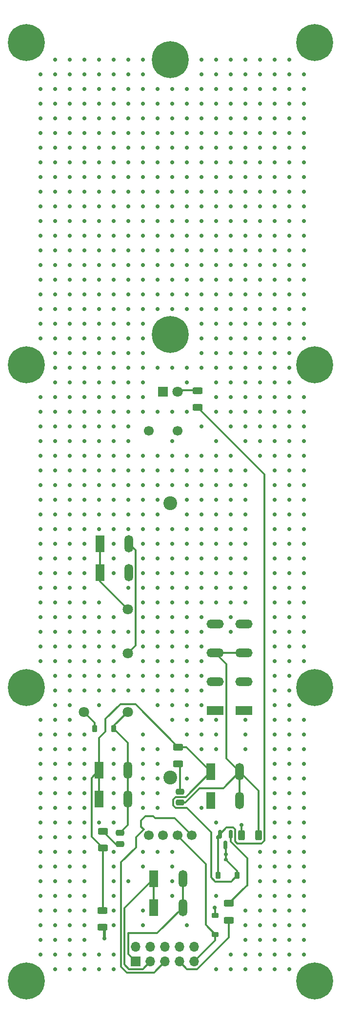
<source format=gbr>
%TF.GenerationSoftware,KiCad,Pcbnew,7.0.8*%
%TF.CreationDate,2023-11-15T13:51:47+01:00*%
%TF.ProjectId,module-rev1,6d6f6475-6c65-42d7-9265-76312e6b6963,rev?*%
%TF.SameCoordinates,Original*%
%TF.FileFunction,Copper,L1,Top*%
%TF.FilePolarity,Positive*%
%FSLAX46Y46*%
G04 Gerber Fmt 4.6, Leading zero omitted, Abs format (unit mm)*
G04 Created by KiCad (PCBNEW 7.0.8) date 2023-11-15 13:51:47*
%MOMM*%
%LPD*%
G01*
G04 APERTURE LIST*
G04 Aperture macros list*
%AMRoundRect*
0 Rectangle with rounded corners*
0 $1 Rounding radius*
0 $2 $3 $4 $5 $6 $7 $8 $9 X,Y pos of 4 corners*
0 Add a 4 corners polygon primitive as box body*
4,1,4,$2,$3,$4,$5,$6,$7,$8,$9,$2,$3,0*
0 Add four circle primitives for the rounded corners*
1,1,$1+$1,$2,$3*
1,1,$1+$1,$4,$5*
1,1,$1+$1,$6,$7*
1,1,$1+$1,$8,$9*
0 Add four rect primitives between the rounded corners*
20,1,$1+$1,$2,$3,$4,$5,0*
20,1,$1+$1,$4,$5,$6,$7,0*
20,1,$1+$1,$6,$7,$8,$9,0*
20,1,$1+$1,$8,$9,$2,$3,0*%
G04 Aperture macros list end*
%TA.AperFunction,ComponentPad*%
%ADD10R,1.500000X3.000000*%
%TD*%
%TA.AperFunction,ComponentPad*%
%ADD11O,1.500000X3.000000*%
%TD*%
%TA.AperFunction,ComponentPad*%
%ADD12C,0.800000*%
%TD*%
%TA.AperFunction,ComponentPad*%
%ADD13C,6.400000*%
%TD*%
%TA.AperFunction,SMDPad,CuDef*%
%ADD14RoundRect,0.250000X0.625000X-0.312500X0.625000X0.312500X-0.625000X0.312500X-0.625000X-0.312500X0*%
%TD*%
%TA.AperFunction,ComponentPad*%
%ADD15R,3.000000X1.500000*%
%TD*%
%TA.AperFunction,ComponentPad*%
%ADD16O,3.000000X1.500000*%
%TD*%
%TA.AperFunction,SMDPad,CuDef*%
%ADD17RoundRect,0.250000X-0.312500X-0.625000X0.312500X-0.625000X0.312500X0.625000X-0.312500X0.625000X0*%
%TD*%
%TA.AperFunction,SMDPad,CuDef*%
%ADD18RoundRect,0.250000X0.475000X-0.250000X0.475000X0.250000X-0.475000X0.250000X-0.475000X-0.250000X0*%
%TD*%
%TA.AperFunction,SMDPad,CuDef*%
%ADD19RoundRect,0.225000X0.225000X0.375000X-0.225000X0.375000X-0.225000X-0.375000X0.225000X-0.375000X0*%
%TD*%
%TA.AperFunction,SMDPad,CuDef*%
%ADD20RoundRect,0.140000X0.170000X-0.140000X0.170000X0.140000X-0.170000X0.140000X-0.170000X-0.140000X0*%
%TD*%
%TA.AperFunction,SMDPad,CuDef*%
%ADD21RoundRect,0.250000X-0.625000X0.312500X-0.625000X-0.312500X0.625000X-0.312500X0.625000X0.312500X0*%
%TD*%
%TA.AperFunction,SMDPad,CuDef*%
%ADD22RoundRect,0.150000X-0.150000X0.587500X-0.150000X-0.587500X0.150000X-0.587500X0.150000X0.587500X0*%
%TD*%
%TA.AperFunction,SMDPad,CuDef*%
%ADD23RoundRect,0.225000X0.375000X-0.225000X0.375000X0.225000X-0.375000X0.225000X-0.375000X-0.225000X0*%
%TD*%
%TA.AperFunction,ComponentPad*%
%ADD24C,1.803400*%
%TD*%
%TA.AperFunction,SMDPad,CuDef*%
%ADD25RoundRect,0.250000X-0.475000X0.250000X-0.475000X-0.250000X0.475000X-0.250000X0.475000X0.250000X0*%
%TD*%
%TA.AperFunction,ComponentPad*%
%ADD26C,1.700000*%
%TD*%
%TA.AperFunction,ComponentPad*%
%ADD27C,2.400000*%
%TD*%
%TA.AperFunction,ComponentPad*%
%ADD28R,1.800000X1.800000*%
%TD*%
%TA.AperFunction,ComponentPad*%
%ADD29C,1.800000*%
%TD*%
%TA.AperFunction,ComponentPad*%
%ADD30R,1.700000X1.700000*%
%TD*%
%TA.AperFunction,ComponentPad*%
%ADD31O,1.700000X1.700000*%
%TD*%
%TA.AperFunction,ViaPad*%
%ADD32C,0.700000*%
%TD*%
%TA.AperFunction,Conductor*%
%ADD33C,0.349000*%
%TD*%
%TA.AperFunction,Conductor*%
%ADD34C,0.300000*%
%TD*%
%TA.AperFunction,Conductor*%
%ADD35C,0.500000*%
%TD*%
G04 APERTURE END LIST*
D10*
%TO.P,J502,1,Pin_1*%
%TO.N,Net-(J502-Pin_1)*%
X103470682Y-539623023D03*
X103470682Y-544623023D03*
D11*
%TO.P,J502,2,Pin_2*%
%TO.N,Net-(J502-Pin_2)*%
X108470682Y-539623023D03*
X108470682Y-544623023D03*
%TD*%
D12*
%TO.P,H108,1*%
%TO.N,N/C*%
X88320682Y-452873023D03*
X89023626Y-451175967D03*
X89023626Y-454570079D03*
X90720682Y-450473023D03*
D13*
X90720682Y-452873023D03*
D12*
X90720682Y-455273023D03*
X92417738Y-451175967D03*
X92417738Y-454570079D03*
X93120682Y-452873023D03*
%TD*%
%TO.P,H108,1*%
%TO.N,N/C*%
X138320682Y-452873023D03*
X139023626Y-451175967D03*
X139023626Y-454570079D03*
X140720682Y-450473023D03*
D13*
X140720682Y-452873023D03*
D12*
X140720682Y-455273023D03*
X142417738Y-451175967D03*
X142417738Y-454570079D03*
X143120682Y-452873023D03*
%TD*%
D14*
%TO.P,R501,1*%
%TO.N,_RELAYS_0*%
X125820682Y-604823023D03*
%TO.P,R501,2*%
%TO.N,/module-master/R_to_B_0*%
X125820682Y-601898023D03*
%TD*%
D15*
%TO.P,U501,1,LOAD-1*%
%TO.N,unconnected-(U501-LOAD-1-Pad1)*%
X123470682Y-568523023D03*
X128470682Y-568523023D03*
D16*
%TO.P,U501,2,LOAD-2*%
%TO.N,unconnected-(U501-LOAD-2-Pad2)*%
X123470682Y-563523023D03*
X128470682Y-563523023D03*
%TO.P,U501,3,In+*%
%TO.N,/module-master/SW_to_AQ-A_IN_0*%
X123470682Y-558523023D03*
X128470682Y-558523023D03*
%TO.P,U501,4,In-*%
%TO.N,_GND_0*%
X123470682Y-553523023D03*
X128470682Y-553523023D03*
%TD*%
D14*
%TO.P,R504,1*%
%TO.N,/module-master/SHUNT_1_0*%
X117020682Y-577760523D03*
%TO.P,R504,2*%
%TO.N,/module-master/R_to_C_0*%
X117020682Y-574835523D03*
%TD*%
D10*
%TO.P,SW502,1,A*%
%TO.N,/module-master/R_to_C_0*%
X122720682Y-579123023D03*
X122720682Y-584123023D03*
D11*
%TO.P,SW502,2,B*%
%TO.N,/module-master/SW_to_AQ-A_IN_0*%
X127720682Y-579123023D03*
X127720682Y-584123023D03*
%TD*%
D12*
%TO.P,H108,1*%
%TO.N,N/C*%
X88320682Y-564539689D03*
X89023626Y-562842633D03*
X89023626Y-566236745D03*
X90720682Y-562139689D03*
D13*
X90720682Y-564539689D03*
D12*
X90720682Y-566939689D03*
X92417738Y-562842633D03*
X92417738Y-566236745D03*
X93120682Y-564539689D03*
%TD*%
D17*
%TO.P,R506,1*%
%TO.N,_GND_0*%
X128045682Y-590123023D03*
%TO.P,R506,2*%
%TO.N,/module-master/SW_to_AQ-A_IN_0*%
X130970682Y-590123023D03*
%TD*%
D12*
%TO.P,H108,1*%
%TO.N,N/C*%
X138320682Y-615373023D03*
X139023626Y-613675967D03*
X139023626Y-617070079D03*
X140720682Y-612973023D03*
D13*
X140720682Y-615373023D03*
D12*
X140720682Y-617773023D03*
X142417738Y-613675967D03*
X142417738Y-617070079D03*
X143120682Y-615373023D03*
%TD*%
%TO.P,H108,1*%
%TO.N,N/C*%
X113300682Y-503374689D03*
X114003626Y-501677633D03*
X114003626Y-505071745D03*
X115700682Y-500974689D03*
D13*
X115700682Y-503374689D03*
D12*
X115700682Y-505774689D03*
X117397738Y-501677633D03*
X117397738Y-505071745D03*
X118100682Y-503374689D03*
%TD*%
%TO.P,H108,1*%
%TO.N,N/C*%
X88320682Y-508706356D03*
X89023626Y-507009300D03*
X89023626Y-510403412D03*
X90720682Y-506306356D03*
D13*
X90720682Y-508706356D03*
D12*
X90720682Y-511106356D03*
X92417738Y-507009300D03*
X92417738Y-510403412D03*
X93120682Y-508706356D03*
%TD*%
D10*
%TO.P,SW503,1,A*%
%TO.N,/module-master/R_to_C_0*%
X103320682Y-578873023D03*
X103320682Y-583873023D03*
D11*
%TO.P,SW503,2,B*%
%TO.N,/module-master/A_to_ALQ305_0*%
X108320682Y-578873023D03*
X108320682Y-583873023D03*
%TD*%
D14*
%TO.P,R502,1*%
%TO.N,_5VA_0*%
X103900682Y-606048023D03*
%TO.P,R502,2*%
%TO.N,/module-master/R_to_C_0*%
X103900682Y-603123023D03*
%TD*%
D18*
%TO.P,C503,1*%
%TO.N,/module-master/SHUNT_2_0*%
X106970682Y-591623023D03*
%TO.P,C503,2*%
%TO.N,/module-master/A_to_ALQ305_0*%
X106970682Y-589723023D03*
%TD*%
D12*
%TO.P,H108,1*%
%TO.N,N/C*%
X113300682Y-455874689D03*
X114003626Y-454177633D03*
X114003626Y-457571745D03*
X115700682Y-453474689D03*
D13*
X115700682Y-455874689D03*
D12*
X115700682Y-458274689D03*
X117397738Y-454177633D03*
X117397738Y-457571745D03*
X118100682Y-455874689D03*
%TD*%
D19*
%TO.P,D504,1,K*%
%TO.N,/module-master/A_to_ALQ305_0*%
X105870682Y-571623023D03*
%TO.P,D504,2,A*%
%TO.N,_GND_0*%
X102570682Y-571623023D03*
%TD*%
D20*
%TO.P,C501,1*%
%TO.N,/module-master/R_to_C_0*%
X125320682Y-594378023D03*
%TO.P,C501,2*%
X125320682Y-593418023D03*
%TD*%
D21*
%TO.P,R503,1*%
%TO.N,/module-master/R_to_KLED_0*%
X120420682Y-513135523D03*
%TO.P,R503,2*%
%TO.N,/module-master/E_to_R_0*%
X120420682Y-516060523D03*
%TD*%
D22*
%TO.P,Q501,1,B*%
%TO.N,/module-master/R_to_B_0*%
X126170682Y-589935523D03*
%TO.P,Q501,2,E*%
%TO.N,/module-master/E_to_R_0*%
X124270682Y-589935523D03*
%TO.P,Q501,3,C*%
%TO.N,/module-master/R_to_C_0*%
X125220682Y-591810523D03*
%TD*%
D23*
%TO.P,D501,1,K*%
%TO.N,_CV_0*%
X123470682Y-607298023D03*
%TO.P,D501,2,A*%
%TO.N,_GND_0*%
X123470682Y-603998023D03*
%TD*%
D24*
%TO.P,K501,1,1*%
%TO.N,/module-master/A_to_ALQ305_0*%
X108280682Y-568763023D03*
%TO.P,K501,2,2*%
%TO.N,_GND_0*%
X100660682Y-568763023D03*
%TO.P,K501,3,3*%
%TO.N,Net-(J502-Pin_2)*%
X108280682Y-558603023D03*
%TO.P,K501,4,4*%
%TO.N,Net-(J502-Pin_1)*%
X108280682Y-550983023D03*
%TD*%
D12*
%TO.P,H108,1*%
%TO.N,N/C*%
X88320682Y-615373023D03*
X89023626Y-613675967D03*
X89023626Y-617070079D03*
X90720682Y-612973023D03*
D13*
X90720682Y-615373023D03*
D12*
X90720682Y-617773023D03*
X92417738Y-613675967D03*
X92417738Y-617070079D03*
X93120682Y-615373023D03*
%TD*%
D14*
%TO.P,R505,1*%
%TO.N,/module-master/R_to_C_0*%
X103970682Y-592348023D03*
%TO.P,R505,2*%
%TO.N,/module-master/SHUNT_2_0*%
X103970682Y-589423023D03*
%TD*%
D12*
%TO.P,H108,1*%
%TO.N,N/C*%
X138320682Y-564539689D03*
X139023626Y-562842633D03*
X139023626Y-566236745D03*
X140720682Y-562139689D03*
D13*
X140720682Y-564539689D03*
D12*
X140720682Y-566939689D03*
X142417738Y-562842633D03*
X142417738Y-566236745D03*
X143120682Y-564539689D03*
%TD*%
D19*
%TO.P,D503,1,K*%
%TO.N,/module-master/R_to_C_0*%
X127270682Y-597098023D03*
%TO.P,D503,2,A*%
%TO.N,/module-master/E_to_R_0*%
X123970682Y-597098023D03*
%TD*%
D25*
%TO.P,C502,1*%
%TO.N,/module-master/SHUNT_1_0*%
X117320682Y-582548023D03*
%TO.P,C502,2*%
%TO.N,/module-master/SW_to_AQ-A_IN_0*%
X117320682Y-584448023D03*
%TD*%
D10*
%TO.P,SW501,1,1*%
%TO.N,_GATE_0*%
X112820682Y-597623023D03*
X112820682Y-602623023D03*
D11*
%TO.P,SW501,2,2*%
%TO.N,_GATE_OUTPUT_0*%
X117820682Y-597623023D03*
X117820682Y-602623023D03*
%TD*%
D12*
%TO.P,H108,1*%
%TO.N,N/C*%
X138320682Y-508706356D03*
X139023626Y-507009300D03*
X139023626Y-510403412D03*
X140720682Y-506306356D03*
D13*
X140720682Y-508706356D03*
D12*
X140720682Y-511106356D03*
X142417738Y-507009300D03*
X142417738Y-510403412D03*
X143120682Y-508706356D03*
%TD*%
D26*
%TO.P,RV501,1,1*%
%TO.N,_CV_0*%
X116910682Y-590123023D03*
%TO.P,RV501,2,2*%
%TO.N,_CV_OUTPUT_0*%
X119410682Y-590123023D03*
%TO.P,RV501,3,3*%
%TO.N,_GND_0*%
X116910682Y-520123023D03*
%TO.P,RV501,L*%
%TO.N,N/C*%
X111910682Y-590123023D03*
X114410682Y-590123023D03*
D27*
X115660682Y-580123023D03*
X115660682Y-532623023D03*
D26*
X111910682Y-520123023D03*
%TD*%
D28*
%TO.P,D502,1,K*%
%TO.N,_GND_0*%
X114400682Y-513348023D03*
D29*
%TO.P,D502,2,A*%
%TO.N,/module-master/R_to_KLED_0*%
X116940682Y-513348023D03*
%TD*%
D30*
%TO.P,J501,1,Pin_1*%
%TO.N,_GATE_OUTPUT_0*%
X109640682Y-611998023D03*
D31*
%TO.P,J501,2,Pin_2*%
%TO.N,_GND_0*%
X109640682Y-609458023D03*
%TO.P,J501,3,Pin_3*%
%TO.N,_GATE_0*%
X112180682Y-611998023D03*
%TO.P,J501,4,Pin_4*%
%TO.N,_GND_0*%
X112180682Y-609458023D03*
%TO.P,J501,5,Pin_5*%
%TO.N,_CV_OUTPUT_0*%
X114720682Y-611998023D03*
%TO.P,J501,6,Pin_6*%
%TO.N,_GND_0*%
X114720682Y-609458023D03*
%TO.P,J501,7,Pin_7*%
%TO.N,_RELAYS_0*%
X117260682Y-611998023D03*
%TO.P,J501,8,Pin_8*%
%TO.N,_5VA_0*%
X117260682Y-609458023D03*
%TO.P,J501,9,Pin_9*%
%TO.N,_CV_0*%
X119800682Y-611998023D03*
%TO.P,J501,10,Pin_10*%
%TO.N,_GND_0*%
X119800682Y-609458023D03*
%TD*%
D32*
%TO.N,_GND_0*%
X138873062Y-544769689D03*
X133793062Y-590489689D03*
X98233062Y-560009689D03*
X113473062Y-593029689D03*
X133793062Y-509209689D03*
X121093062Y-519369689D03*
X131253062Y-471109689D03*
X108393062Y-471109689D03*
X98233062Y-514289689D03*
X123400682Y-602674689D03*
X128713062Y-506669689D03*
X110933062Y-575249689D03*
X105853062Y-580329689D03*
X138873062Y-476189689D03*
X138873062Y-593029689D03*
X123633062Y-460949689D03*
X108393062Y-547309689D03*
X133793062Y-468569689D03*
X100773062Y-539689689D03*
X105853062Y-577789689D03*
X136333062Y-567629689D03*
X100773062Y-608269689D03*
X108393062Y-537149689D03*
X98233062Y-567629689D03*
X123633062Y-509209689D03*
X126173062Y-460949689D03*
X95693062Y-521909689D03*
X126173062Y-610809689D03*
X133793062Y-593029689D03*
X105853062Y-524449689D03*
X123633062Y-504129689D03*
X128713062Y-613349689D03*
X103313062Y-463489689D03*
X108393062Y-463489689D03*
X98233062Y-554929689D03*
X93153062Y-570169689D03*
X95693062Y-499049689D03*
X123633062Y-511749689D03*
X118553062Y-488889689D03*
X133793062Y-570169689D03*
X98233062Y-562549689D03*
X116013062Y-565089689D03*
X103313062Y-473649689D03*
X113473062Y-582869689D03*
X100773062Y-547309689D03*
X105853062Y-595569689D03*
X131253062Y-468569689D03*
X123633062Y-570169689D03*
X133793062Y-466029689D03*
X100773062Y-493969689D03*
X105853062Y-514289689D03*
X128713062Y-499049689D03*
X128713062Y-455869689D03*
X133793062Y-504129689D03*
X126173062Y-458409689D03*
X136333062Y-491429689D03*
X121093062Y-496509689D03*
X126173062Y-514289689D03*
X100773062Y-486349689D03*
X95693062Y-590489689D03*
X123633062Y-544769689D03*
X95693062Y-595569689D03*
X121093062Y-455869689D03*
X126173062Y-542229689D03*
X108393062Y-529529689D03*
X98233062Y-608269689D03*
X95693062Y-529529689D03*
X105853062Y-481269689D03*
X110933062Y-565089689D03*
X93153062Y-552389689D03*
X123633062Y-539689689D03*
X95693062Y-570169689D03*
X110933062Y-501589689D03*
X116013062Y-516829689D03*
X116013062Y-471109689D03*
X136333062Y-463489689D03*
X93153062Y-554929689D03*
X103313062Y-496509689D03*
X126173062Y-526989689D03*
X118553062Y-486349689D03*
X133793062Y-608269689D03*
X121093062Y-565089689D03*
X118553062Y-532069689D03*
X103313062Y-511749689D03*
X110933062Y-476189689D03*
X95693062Y-524449689D03*
X93153062Y-534609689D03*
X93153062Y-590489689D03*
X93153062Y-532069689D03*
X95693062Y-534609689D03*
X138873062Y-499049689D03*
X136333062Y-483809689D03*
X108393062Y-473649689D03*
X121093062Y-506669689D03*
X103313062Y-488889689D03*
X105853062Y-509209689D03*
X133793062Y-554929689D03*
X131253062Y-460949689D03*
X118553062Y-605729689D03*
X98233062Y-580329689D03*
X98233062Y-542229689D03*
X128713062Y-537149689D03*
X103313062Y-534609689D03*
X93153062Y-514289689D03*
X110933062Y-509209689D03*
X108393062Y-466029689D03*
X93153062Y-466029689D03*
X93153062Y-549849689D03*
X103313062Y-458409689D03*
X138873062Y-595569689D03*
X133793062Y-544769689D03*
X103313062Y-532069689D03*
X95693062Y-466029689D03*
X131253062Y-598109689D03*
X110933062Y-471109689D03*
X103313062Y-514289689D03*
X93153062Y-496509689D03*
X121093062Y-499049689D03*
X93153062Y-605729689D03*
X131253062Y-514289689D03*
X93153062Y-460949689D03*
X136333062Y-511749689D03*
X105853062Y-598109689D03*
X98233062Y-460949689D03*
X110933062Y-486349689D03*
X98233062Y-455869689D03*
X98233062Y-524449689D03*
X103313062Y-466029689D03*
X113473062Y-567629689D03*
X133793062Y-496509689D03*
X95693062Y-547309689D03*
X103313062Y-537149689D03*
X136333062Y-516829689D03*
X123633062Y-516829689D03*
X138873062Y-516829689D03*
X108393062Y-534609689D03*
X138873062Y-519369689D03*
X113473062Y-524449689D03*
X131253062Y-521909689D03*
X108393062Y-509209689D03*
X100773062Y-468569689D03*
X105853062Y-463489689D03*
X113473062Y-557469689D03*
X121093062Y-526989689D03*
X138873062Y-481269689D03*
X103313062Y-529529689D03*
X95693062Y-526989689D03*
X93153062Y-524449689D03*
X138873062Y-534609689D03*
X121093062Y-532069689D03*
X116013062Y-557469689D03*
X121093062Y-542229689D03*
X116013062Y-542229689D03*
X103313062Y-610809689D03*
X105853062Y-605729689D03*
X93153062Y-587949689D03*
X138873062Y-524449689D03*
X108393062Y-481269689D03*
X108393062Y-554929689D03*
X116013062Y-529529689D03*
X133793062Y-519369689D03*
X113473062Y-542229689D03*
X113473062Y-493969689D03*
X121093062Y-529529689D03*
X113473062Y-554929689D03*
X138873062Y-542229689D03*
X100773062Y-565089689D03*
X136333062Y-519369689D03*
X133793062Y-534609689D03*
X138873062Y-598109689D03*
X131253062Y-496509689D03*
X116013062Y-598109689D03*
X113473062Y-509209689D03*
X95693062Y-468569689D03*
X98233062Y-577789689D03*
X118553062Y-572709689D03*
X136333062Y-560009689D03*
X116013062Y-496509689D03*
X123633062Y-491429689D03*
X128713062Y-463489689D03*
X118553062Y-526989689D03*
X121093062Y-486349689D03*
X93153062Y-582869689D03*
X98233062Y-570169689D03*
X138873062Y-486349689D03*
X126173062Y-613349689D03*
X93153062Y-557469689D03*
X138873062Y-552389689D03*
X138873062Y-529529689D03*
X103313062Y-504129689D03*
X108393062Y-562549689D03*
X108393062Y-501589689D03*
X105853062Y-575249689D03*
X110933062Y-544769689D03*
X93153062Y-493969689D03*
X103313062Y-460949689D03*
X123633062Y-587949689D03*
X118553062Y-542229689D03*
X113473062Y-547309689D03*
X136333062Y-557469689D03*
X105853062Y-526989689D03*
X138873062Y-554929689D03*
X95693062Y-539689689D03*
X98233062Y-572709689D03*
X110933062Y-560009689D03*
X131253062Y-610809689D03*
X95693062Y-504129689D03*
X95693062Y-476189689D03*
X123633062Y-496509689D03*
X95693062Y-478729689D03*
X126173062Y-524449689D03*
X126173062Y-483809689D03*
X133793062Y-577789689D03*
X113473062Y-532069689D03*
X100773062Y-509209689D03*
X113473062Y-526989689D03*
X105853062Y-499049689D03*
X108393062Y-506669689D03*
X121093062Y-549849689D03*
X113473062Y-473649689D03*
X93153062Y-488889689D03*
X136333062Y-532069689D03*
X136333062Y-544769689D03*
X133793062Y-511749689D03*
X121093062Y-463489689D03*
X136333062Y-598109689D03*
X98233062Y-605729689D03*
X93153062Y-575249689D03*
X133793062Y-582869689D03*
X100773062Y-473649689D03*
X98233062Y-595569689D03*
X110933062Y-585409689D03*
X133793062Y-547309689D03*
X100773062Y-598109689D03*
X123633062Y-600649689D03*
X136333062Y-575249689D03*
X133793062Y-524449689D03*
X123633062Y-537149689D03*
X110933062Y-532069689D03*
X98233062Y-600649689D03*
X95693062Y-501589689D03*
X93153062Y-501589689D03*
X136333062Y-524449689D03*
X138873062Y-504129689D03*
X113473062Y-468569689D03*
X128713062Y-539689689D03*
X133793062Y-488889689D03*
X110933062Y-468569689D03*
X118553062Y-539689689D03*
X103313062Y-587949689D03*
X95693062Y-593029689D03*
X103313062Y-521909689D03*
X133793062Y-476189689D03*
X93153062Y-471109689D03*
X131253062Y-501589689D03*
X105853062Y-486349689D03*
X136333062Y-539689689D03*
X123633062Y-499049689D03*
X113473062Y-577789689D03*
X123633062Y-488889689D03*
X136333062Y-488889689D03*
X110933062Y-603189689D03*
X100773062Y-466029689D03*
X138873062Y-514289689D03*
X118553062Y-516829689D03*
X126173062Y-552389689D03*
X118553062Y-466029689D03*
X138873062Y-458409689D03*
X108393062Y-478729689D03*
X100773062Y-549849689D03*
X103313062Y-526989689D03*
X100773062Y-501589689D03*
X113473062Y-585409689D03*
X128713062Y-466029689D03*
X110933062Y-516829689D03*
X128713062Y-486349689D03*
X95693062Y-603189689D03*
X118553062Y-565089689D03*
X116013062Y-552389689D03*
X105853062Y-587949689D03*
X128713062Y-605729689D03*
X136333062Y-613349689D03*
X121093062Y-534609689D03*
X108393062Y-493969689D03*
X110933062Y-481269689D03*
X126173062Y-486349689D03*
X100773062Y-613349689D03*
X121093062Y-524449689D03*
X110933062Y-562549689D03*
X121093062Y-466029689D03*
X95693062Y-580329689D03*
X93153062Y-491429689D03*
X95693062Y-582869689D03*
X131253062Y-504129689D03*
X113473062Y-562549689D03*
X136333062Y-509209689D03*
X108393062Y-526989689D03*
X100773062Y-463489689D03*
X95693062Y-565089689D03*
X98233062Y-521909689D03*
X123633062Y-471109689D03*
X138873062Y-582869689D03*
X103313062Y-493969689D03*
X100773062Y-483809689D03*
X93153062Y-478729689D03*
X110933062Y-488889689D03*
X138873062Y-483809689D03*
X121093062Y-471109689D03*
X103313062Y-468569689D03*
X136333062Y-542229689D03*
X116013062Y-547309689D03*
X108393062Y-532069689D03*
X118553062Y-544769689D03*
X95693062Y-610809689D03*
X136333062Y-590489689D03*
X118553062Y-560009689D03*
X105853062Y-539689689D03*
X136333062Y-471109689D03*
X108393062Y-460949689D03*
X98233062Y-499049689D03*
X110933062Y-496509689D03*
X138873062Y-478729689D03*
X100773062Y-562549689D03*
X138873062Y-577789689D03*
X128713062Y-516829689D03*
X116013062Y-476189689D03*
X138873062Y-549849689D03*
X116013062Y-493969689D03*
X108393062Y-565089689D03*
X110933062Y-542229689D03*
X116013062Y-499049689D03*
X108393062Y-486349689D03*
X113473062Y-483809689D03*
X110933062Y-593029689D03*
X123633062Y-572709689D03*
X133793062Y-532069689D03*
X136333062Y-552389689D03*
X100773062Y-481269689D03*
X116013062Y-567629689D03*
X113473062Y-537149689D03*
X113473062Y-488889689D03*
X98233062Y-549849689D03*
X108393062Y-598109689D03*
X93153062Y-593029689D03*
X108393062Y-488889689D03*
X123633062Y-478729689D03*
X123633062Y-529529689D03*
X118553062Y-491429689D03*
X136333062Y-481269689D03*
X98233062Y-526989689D03*
X128713062Y-603189689D03*
X105853062Y-534609689D03*
X100773062Y-455869689D03*
X126173062Y-499049689D03*
X128713062Y-544769689D03*
X123633062Y-549849689D03*
X138873062Y-521909689D03*
X121093062Y-537149689D03*
X113473062Y-549849689D03*
X118553062Y-580329689D03*
X108393062Y-458409689D03*
X113473062Y-580329689D03*
X95693062Y-587949689D03*
X93153062Y-519369689D03*
X118553062Y-511749689D03*
X100773062Y-575249689D03*
X126173062Y-476189689D03*
X126173062Y-493969689D03*
X128713062Y-542229689D03*
X108393062Y-483809689D03*
X116013062Y-466029689D03*
X98233062Y-466029689D03*
X136333062Y-534609689D03*
X93153062Y-585409689D03*
X103313062Y-483809689D03*
X136333062Y-595569689D03*
X126173062Y-481269689D03*
X131253062Y-486349689D03*
X108393062Y-514289689D03*
X105853062Y-603189689D03*
X123633062Y-466029689D03*
X123633062Y-458409689D03*
X131253062Y-493969689D03*
X105853062Y-585409689D03*
X110933062Y-504129689D03*
X95693062Y-562549689D03*
X136333062Y-600649689D03*
X95693062Y-572709689D03*
X128713062Y-532069689D03*
X128713062Y-496509689D03*
X133793062Y-552389689D03*
X121093062Y-473649689D03*
X136333062Y-585409689D03*
X121093062Y-562549689D03*
X95693062Y-585409689D03*
X100773062Y-537149689D03*
X113473062Y-534609689D03*
X138873062Y-570169689D03*
X110933062Y-537149689D03*
X95693062Y-532069689D03*
X95693062Y-516829689D03*
X98233062Y-582869689D03*
X105853062Y-552389689D03*
X93153062Y-547309689D03*
X116013062Y-509209689D03*
X95693062Y-491429689D03*
X136333062Y-504129689D03*
X128713062Y-460949689D03*
X131253062Y-600649689D03*
X121093062Y-488889689D03*
X116013062Y-539689689D03*
X113473062Y-463489689D03*
X95693062Y-608269689D03*
X93153062Y-610809689D03*
X131253062Y-595569689D03*
X100773062Y-519369689D03*
X118553062Y-557469689D03*
X103313062Y-486349689D03*
X131253062Y-613349689D03*
X118553062Y-509209689D03*
X121093062Y-481269689D03*
X95693062Y-493969689D03*
X123633062Y-468569689D03*
X93153062Y-526989689D03*
X136333062Y-603189689D03*
X105853062Y-562549689D03*
X116013062Y-560009689D03*
X100773062Y-460949689D03*
X136333062Y-493969689D03*
X126173062Y-496509689D03*
X121093062Y-478729689D03*
X133793062Y-478729689D03*
X128713062Y-491429689D03*
X98233062Y-473649689D03*
X128713062Y-511749689D03*
X103313062Y-501589689D03*
X126173062Y-511749689D03*
X131253062Y-516829689D03*
X110933062Y-460949689D03*
X113473062Y-481269689D03*
X110933062Y-539689689D03*
X113473062Y-471109689D03*
X110933062Y-572709689D03*
X98233062Y-496509689D03*
X136333062Y-608269689D03*
X121093062Y-572709689D03*
X116013062Y-486349689D03*
X100773062Y-557469689D03*
X103313062Y-557469689D03*
X105853062Y-542229689D03*
X105853062Y-473649689D03*
X118553062Y-496509689D03*
X98233062Y-463489689D03*
X105853062Y-460949689D03*
X98233062Y-547309689D03*
X128713062Y-476189689D03*
X133793062Y-549849689D03*
X123633062Y-486349689D03*
X126173062Y-488889689D03*
X95693062Y-455869689D03*
X138873062Y-610809689D03*
X98233062Y-491429689D03*
X108393062Y-521909689D03*
X100773062Y-577789689D03*
X100773062Y-471109689D03*
X136333062Y-460949689D03*
X131253062Y-473649689D03*
X113473062Y-460949689D03*
X121093062Y-509209689D03*
X110933062Y-473649689D03*
X93153062Y-483809689D03*
X128713062Y-529529689D03*
X105853062Y-455869689D03*
X113473062Y-539689689D03*
X93153062Y-560009689D03*
X138873062Y-532069689D03*
X95693062Y-511749689D03*
X95693062Y-509209689D03*
X95693062Y-519369689D03*
X133793062Y-603189689D03*
X95693062Y-471109689D03*
X105853062Y-554929689D03*
X110933062Y-524449689D03*
X95693062Y-463489689D03*
X100773062Y-610809689D03*
X131253062Y-605729689D03*
X128713062Y-473649689D03*
X123633062Y-501589689D03*
X98233062Y-593029689D03*
X110933062Y-491429689D03*
X136333062Y-496509689D03*
X95693062Y-577789689D03*
X133793062Y-526989689D03*
X100773062Y-605729689D03*
X116013062Y-521909689D03*
X103313062Y-499049689D03*
X93153062Y-595569689D03*
X138873062Y-460949689D03*
X95693062Y-506669689D03*
X128713062Y-504129689D03*
X108393062Y-468569689D03*
X133793062Y-499049689D03*
X136333062Y-537149689D03*
X138873062Y-501589689D03*
X131253062Y-603189689D03*
X103313062Y-524449689D03*
X126173062Y-466029689D03*
X133793062Y-600649689D03*
X131253062Y-483809689D03*
X128713062Y-534609689D03*
X133793062Y-613349689D03*
X98233062Y-575249689D03*
X123633062Y-506669689D03*
X133793062Y-463489689D03*
X128713062Y-519369689D03*
X93153062Y-572709689D03*
X108393062Y-519369689D03*
X133793062Y-481269689D03*
X113473062Y-466029689D03*
X110933062Y-526989689D03*
X133793062Y-595569689D03*
X105853062Y-496509689D03*
X98233062Y-587949689D03*
X123633062Y-526989689D03*
X100773062Y-534609689D03*
X118553062Y-483809689D03*
X98233062Y-590489689D03*
X110933062Y-577789689D03*
X133793062Y-486349689D03*
X128713062Y-488889689D03*
X93153062Y-603189689D03*
X116013062Y-595569689D03*
X128713062Y-549849689D03*
X118553062Y-499049689D03*
X95693062Y-575249689D03*
X95693062Y-496509689D03*
X108393062Y-476189689D03*
X93153062Y-580329689D03*
X123633062Y-524449689D03*
X105853062Y-493969689D03*
X113473062Y-560009689D03*
X133793062Y-557469689D03*
X121093062Y-552389689D03*
X93153062Y-529529689D03*
X95693062Y-567629689D03*
X108393062Y-455869689D03*
X110933062Y-511749689D03*
X108393062Y-499049689D03*
X95693062Y-605729689D03*
X95693062Y-613349689D03*
X126173062Y-516829689D03*
X118553062Y-481269689D03*
X123633062Y-493969689D03*
X118553062Y-463489689D03*
X128713062Y-478729689D03*
X110933062Y-549849689D03*
X98233062Y-481269689D03*
X95693062Y-537149689D03*
X105853062Y-488889689D03*
X93153062Y-486349689D03*
X98233062Y-476189689D03*
X100773062Y-542229689D03*
X126173062Y-491429689D03*
X133793062Y-483809689D03*
X98233062Y-532069689D03*
X113473062Y-491429689D03*
X128713062Y-526989689D03*
X110933062Y-483809689D03*
X123633062Y-481269689D03*
X138873062Y-493969689D03*
X93153062Y-481269689D03*
X105853062Y-565089689D03*
X100773062Y-488889689D03*
X123633062Y-455869689D03*
X131253062Y-466029689D03*
X103313062Y-552389689D03*
X105853062Y-516829689D03*
X110933062Y-506669689D03*
X121093062Y-567629689D03*
X113473062Y-552389689D03*
X98233062Y-585409689D03*
X98233062Y-458409689D03*
X116013062Y-478729689D03*
X138873062Y-496509689D03*
X126173062Y-519369689D03*
X133793062Y-460949689D03*
X126173062Y-537149689D03*
X93153062Y-458409689D03*
X138873062Y-587949689D03*
X100773062Y-524449689D03*
X136333062Y-501589689D03*
X126173062Y-506669689D03*
X105853062Y-529529689D03*
X93153062Y-521909689D03*
X121093062Y-585409689D03*
X133793062Y-565089689D03*
X123633062Y-463489689D03*
X131253062Y-458409689D03*
X123633062Y-476189689D03*
X105853062Y-471109689D03*
X116013062Y-524449689D03*
X110933062Y-582869689D03*
X105853062Y-491429689D03*
X138873062Y-547309689D03*
X128713062Y-547309689D03*
X118553062Y-554929689D03*
X126173062Y-455869689D03*
X103313062Y-519369689D03*
X98233062Y-471109689D03*
X110933062Y-463489689D03*
X123633062Y-547309689D03*
X121093062Y-557469689D03*
X128713062Y-575249689D03*
X123633062Y-542229689D03*
X133793062Y-506669689D03*
X121093062Y-468569689D03*
X95693062Y-488889689D03*
X105853062Y-582869689D03*
X138873062Y-539689689D03*
X131253062Y-593029689D03*
X136333062Y-476189689D03*
X138873062Y-488889689D03*
X100773062Y-593029689D03*
X126173062Y-504129689D03*
X93153062Y-600649689D03*
X138873062Y-590489689D03*
X128713062Y-509209689D03*
X98233062Y-478729689D03*
X123633062Y-534609689D03*
X93153062Y-539689689D03*
X93153062Y-473649689D03*
X116013062Y-554929689D03*
X98233062Y-519369689D03*
X138873062Y-585409689D03*
X128713062Y-514289689D03*
X98233062Y-468569689D03*
X138873062Y-605729689D03*
X136333062Y-473649689D03*
X105853062Y-557469689D03*
X110933062Y-466029689D03*
X126173062Y-534609689D03*
X133793062Y-491429689D03*
X116013062Y-549849689D03*
X118553062Y-534609689D03*
X126173062Y-554929689D03*
X93153062Y-577789689D03*
X118553062Y-493969689D03*
X110933062Y-595569689D03*
X110933062Y-547309689D03*
X121093062Y-560009689D03*
X128713062Y-458409689D03*
X100773062Y-504129689D03*
X95693062Y-458409689D03*
X136333062Y-486349689D03*
X133793062Y-514289689D03*
X123633062Y-521909689D03*
X118553062Y-547309689D03*
X118553062Y-473649689D03*
X103313062Y-549849689D03*
X121093062Y-491429689D03*
X108393062Y-524449689D03*
X123633062Y-473649689D03*
X105853062Y-478729689D03*
X105853062Y-504129689D03*
X118553062Y-570169689D03*
X118553062Y-524449689D03*
X105853062Y-511749689D03*
X95693062Y-542229689D03*
X103313062Y-476189689D03*
X100773062Y-603189689D03*
X105853062Y-483809689D03*
X118553062Y-567629689D03*
X95693062Y-554929689D03*
X131253062Y-478729689D03*
X133793062Y-587949689D03*
X103313062Y-516829689D03*
X113473062Y-529529689D03*
X105853062Y-610809689D03*
X113473062Y-499049689D03*
X105853062Y-519369689D03*
X100773062Y-496509689D03*
X103313062Y-560009689D03*
X133793062Y-537149689D03*
X121093062Y-504129689D03*
X98233062Y-565089689D03*
X131253062Y-463489689D03*
X116013062Y-481269689D03*
X95693062Y-544769689D03*
X100773062Y-506669689D03*
X121093062Y-476189689D03*
X133793062Y-455869689D03*
X136333062Y-455869689D03*
X105853062Y-532069689D03*
X128713062Y-570169689D03*
X98233062Y-483809689D03*
X95693062Y-486349689D03*
X105853062Y-476189689D03*
X133793062Y-572709689D03*
X108393062Y-504129689D03*
X93153062Y-476189689D03*
X136333062Y-587949689D03*
X131253062Y-506669689D03*
X133793062Y-493969689D03*
X116013062Y-544769689D03*
X136333062Y-529529689D03*
X131253062Y-488889689D03*
X133793062Y-560009689D03*
X133793062Y-605729689D03*
X116013062Y-537149689D03*
X123633062Y-514289689D03*
X118553062Y-552389689D03*
X118553062Y-478729689D03*
X128713062Y-481269689D03*
X98233062Y-557469689D03*
X105853062Y-458409689D03*
X118553062Y-562549689D03*
X133793062Y-521909689D03*
X128713062Y-483809689D03*
X116013062Y-491429689D03*
X110933062Y-514289689D03*
X136333062Y-572709689D03*
X131253062Y-524449689D03*
X103313062Y-455869689D03*
X105853062Y-466029689D03*
X138873062Y-468569689D03*
X95693062Y-481269689D03*
X131253062Y-499049689D03*
X123633062Y-532069689D03*
X95693062Y-460949689D03*
X123633062Y-483809689D03*
X105853062Y-521909689D03*
X98233062Y-501589689D03*
X133793062Y-610809689D03*
X121093062Y-575249689D03*
X118553062Y-529529689D03*
X118553062Y-537149689D03*
X105853062Y-544769689D03*
X110933062Y-605729689D03*
X103313062Y-565089689D03*
X93153062Y-544769689D03*
X138873062Y-603189689D03*
X98233062Y-603189689D03*
X136333062Y-577789689D03*
X113473062Y-575249689D03*
X128713062Y-471109689D03*
X100773062Y-587949689D03*
X128713062Y-610809689D03*
X133793062Y-473649689D03*
X98233062Y-598109689D03*
X121093062Y-570169689D03*
X95693062Y-514289689D03*
X93153062Y-499049689D03*
X136333062Y-478729689D03*
X121093062Y-460949689D03*
X98233062Y-534609689D03*
X136333062Y-565089689D03*
X133793062Y-501589689D03*
X100773062Y-529529689D03*
X100773062Y-585409689D03*
X133793062Y-471109689D03*
X105853062Y-593029689D03*
X103313062Y-471109689D03*
X118553062Y-471109689D03*
X103313062Y-567629689D03*
X138873062Y-473649689D03*
X136333062Y-570169689D03*
X131253062Y-519369689D03*
X113473062Y-565089689D03*
X100773062Y-560009689D03*
X110933062Y-554929689D03*
X116013062Y-526989689D03*
X93153062Y-542229689D03*
X110933062Y-534609689D03*
X131253062Y-491429689D03*
X98233062Y-493969689D03*
X118553062Y-460949689D03*
X116013062Y-593029689D03*
X133793062Y-458409689D03*
X100773062Y-526989689D03*
X126173062Y-532069689D03*
X95693062Y-557469689D03*
X98233062Y-544769689D03*
X103313062Y-481269689D03*
X123633062Y-575249689D03*
X133793062Y-575249689D03*
X113473062Y-478729689D03*
X110933062Y-493969689D03*
X105853062Y-537149689D03*
X136333062Y-554929689D03*
X95693062Y-483809689D03*
X128713062Y-608269689D03*
X113473062Y-544769689D03*
X93153062Y-608269689D03*
X116013062Y-488889689D03*
X105853062Y-506669689D03*
X103313062Y-613349689D03*
X136333062Y-458409689D03*
X133793062Y-542229689D03*
X121093062Y-493969689D03*
X136333062Y-580329689D03*
X136333062Y-547309689D03*
X133793062Y-567629689D03*
X100773062Y-491429689D03*
X100773062Y-516829689D03*
X126173062Y-509209689D03*
X128713062Y-501589689D03*
X100773062Y-476189689D03*
X126173062Y-471109689D03*
X113473062Y-486349689D03*
X126173062Y-539689689D03*
X100773062Y-552389689D03*
X100773062Y-478729689D03*
X100773062Y-499049689D03*
X93153062Y-463489689D03*
X126173062Y-478729689D03*
X116013062Y-570169689D03*
X100773062Y-590489689D03*
X100773062Y-595569689D03*
X116013062Y-460949689D03*
X98233062Y-552389689D03*
X126173062Y-501589689D03*
X136333062Y-521909689D03*
X131253062Y-509209689D03*
X116013062Y-600649689D03*
X123633062Y-613349689D03*
X138873062Y-560009689D03*
X138873062Y-471109689D03*
X131253062Y-608269689D03*
X121093062Y-554929689D03*
X93153062Y-598109689D03*
X136333062Y-499049689D03*
X98233062Y-613349689D03*
X118553062Y-549849689D03*
X133793062Y-585409689D03*
X98233062Y-509209689D03*
X133793062Y-539689689D03*
X138873062Y-608269689D03*
X126173062Y-473649689D03*
X138873062Y-491429689D03*
X98233062Y-537149689D03*
X136333062Y-605729689D03*
X93153062Y-504129689D03*
X110933062Y-478729689D03*
X136333062Y-514289689D03*
X116013062Y-562549689D03*
X126173062Y-549849689D03*
X100773062Y-458409689D03*
X105853062Y-600649689D03*
X126173062Y-529529689D03*
X131253062Y-476189689D03*
X131253062Y-455869689D03*
X108393062Y-491429689D03*
X128000682Y-588374689D03*
X110933062Y-552389689D03*
X138873062Y-526989689D03*
X126173062Y-544769689D03*
X98233062Y-506669689D03*
X110933062Y-557469689D03*
X105853062Y-468569689D03*
X128713062Y-572709689D03*
X105853062Y-613349689D03*
X98233062Y-539689689D03*
X133793062Y-580329689D03*
X131253062Y-511749689D03*
X113473062Y-496509689D03*
X110933062Y-580329689D03*
X121093062Y-544769689D03*
X113473062Y-516829689D03*
X95693062Y-560009689D03*
X133793062Y-562549689D03*
X93153062Y-516829689D03*
X121093062Y-483809689D03*
X121093062Y-539689689D03*
X126173062Y-547309689D03*
X136333062Y-562549689D03*
X128713062Y-468569689D03*
X100773062Y-532069689D03*
X98233062Y-488889689D03*
X108393062Y-496509689D03*
X126173062Y-468569689D03*
X98233062Y-486349689D03*
X110933062Y-458409689D03*
X98233062Y-504129689D03*
X133793062Y-529529689D03*
X138873062Y-537149689D03*
X121093062Y-501589689D03*
X100773062Y-600649689D03*
X108393062Y-516829689D03*
X93153062Y-468569689D03*
X136333062Y-582869689D03*
X136333062Y-526989689D03*
X100773062Y-582869689D03*
X110933062Y-529529689D03*
X136333062Y-610809689D03*
X103313062Y-509209689D03*
X103313062Y-554929689D03*
X103313062Y-562549689D03*
X121093062Y-547309689D03*
X136333062Y-506669689D03*
X128713062Y-493969689D03*
X95693062Y-552389689D03*
X136333062Y-468569689D03*
X136333062Y-466029689D03*
X138873062Y-463489689D03*
X100773062Y-544769689D03*
X105853062Y-501589689D03*
X93153062Y-537149689D03*
X138873062Y-557469689D03*
X138873062Y-572709689D03*
X133793062Y-598109689D03*
X100773062Y-580329689D03*
X100773062Y-521909689D03*
X116013062Y-468569689D03*
X105853062Y-560009689D03*
X116013062Y-473649689D03*
X138873062Y-580329689D03*
X110933062Y-499049689D03*
X128713062Y-521909689D03*
X113473062Y-476189689D03*
X138873062Y-600649689D03*
X100773062Y-554929689D03*
X138873062Y-466029689D03*
X138873062Y-575249689D03*
X100773062Y-572709689D03*
X103313062Y-506669689D03*
X95693062Y-600649689D03*
X121093062Y-458409689D03*
X110933062Y-455869689D03*
X103313062Y-478729689D03*
X116013062Y-463489689D03*
X126173062Y-463489689D03*
X95693062Y-549849689D03*
X100773062Y-514289689D03*
X118553062Y-468569689D03*
X100773062Y-511749689D03*
X118553062Y-476189689D03*
X95693062Y-473649689D03*
X108393062Y-511749689D03*
X95693062Y-598109689D03*
X103313062Y-491429689D03*
X133793062Y-516829689D03*
X98233062Y-610809689D03*
X131253062Y-481269689D03*
X136333062Y-593029689D03*
X116013062Y-483809689D03*
X136333062Y-549849689D03*
X98233062Y-516829689D03*
X98233062Y-529529689D03*
X98233062Y-511749689D03*
%TO.N,_5VA_0*%
X104220682Y-607998023D03*
%TD*%
D33*
%TO.N,/module-master/R_to_C_0*%
X103970682Y-603053023D02*
X103900682Y-603123023D01*
X116568364Y-585367523D02*
X118567523Y-585367523D01*
X117020682Y-574835523D02*
X118433182Y-574835523D01*
X127270682Y-596328023D02*
X125320682Y-594378023D01*
X103320682Y-578873023D02*
X103320682Y-573298023D01*
X125320682Y-591910523D02*
X125220682Y-591810523D01*
X109626922Y-567441763D02*
X117020682Y-574835523D01*
X102020682Y-580173023D02*
X102020682Y-590398023D01*
X116617294Y-583472523D02*
X116171182Y-583918635D01*
X118567523Y-585367523D02*
X122791794Y-589591794D01*
X104420682Y-572198023D02*
X104420682Y-570003491D01*
X125320682Y-593418023D02*
X125320682Y-591910523D01*
X103320682Y-583873023D02*
X103320682Y-578873023D01*
X122791794Y-597437667D02*
X123476650Y-598122523D01*
X102020682Y-590398023D02*
X103970682Y-592348023D01*
X123476650Y-598122523D02*
X126246182Y-598122523D01*
X116171182Y-584970341D02*
X116568364Y-585367523D01*
X118371182Y-583472523D02*
X116617294Y-583472523D01*
X118433182Y-574835523D02*
X122720682Y-579123023D01*
X125320682Y-594378023D02*
X125320682Y-593418023D01*
X126246182Y-598122523D02*
X127270682Y-597098023D01*
X104420682Y-570003491D02*
X106982410Y-567441763D01*
X127270682Y-597098023D02*
X127270682Y-596328023D01*
X103320682Y-578873023D02*
X102020682Y-580173023D01*
X122791794Y-589591794D02*
X122791794Y-597437667D01*
X122720682Y-579123023D02*
X118371182Y-583472523D01*
X116171182Y-583918635D02*
X116171182Y-584970341D01*
X103320682Y-573298023D02*
X104420682Y-572198023D01*
X103970682Y-592348023D02*
X103970682Y-603053023D01*
X106982410Y-567441763D02*
X109626922Y-567441763D01*
%TO.N,/module-master/SHUNT_1_0*%
X117320682Y-578060523D02*
X117020682Y-577760523D01*
X117320682Y-582548023D02*
X117320682Y-578060523D01*
%TO.N,/module-master/SW_to_AQ-A_IN_0*%
X118242796Y-584448023D02*
X117320682Y-584448023D01*
X125395182Y-560447523D02*
X125395182Y-576797523D01*
X123470682Y-558523023D02*
X125395182Y-560447523D01*
X124870348Y-581973357D02*
X120717462Y-581973357D01*
X127720682Y-579123023D02*
X124870348Y-581973357D01*
X125395182Y-576797523D02*
X127720682Y-579123023D01*
X130970682Y-582373023D02*
X127720682Y-579123023D01*
X120717462Y-581973357D02*
X118242796Y-584448023D01*
X123470682Y-558523023D02*
X128470682Y-558523023D01*
X127720682Y-579123023D02*
X127720682Y-584123023D01*
X130970682Y-590123023D02*
X130970682Y-582373023D01*
%TO.N,/module-master/SHUNT_2_0*%
X106170682Y-591623023D02*
X106970682Y-591623023D01*
X103970682Y-589423023D02*
X106170682Y-591623023D01*
%TO.N,/module-master/A_to_ALQ305_0*%
X108320682Y-588373023D02*
X108320682Y-578873023D01*
X108320682Y-574073023D02*
X105870682Y-571623023D01*
X106970682Y-589723023D02*
X108320682Y-588373023D01*
X105870682Y-571623023D02*
X105870682Y-571173023D01*
X105870682Y-571173023D02*
X108280682Y-568763023D01*
X108320682Y-578873023D02*
X108320682Y-574073023D01*
%TO.N,_CV_0*%
X121820682Y-595073023D02*
X116870682Y-590123023D01*
D34*
X121820682Y-605648023D02*
X121820682Y-595073023D01*
X123470682Y-607298023D02*
X121820682Y-605648023D01*
X119800682Y-611998023D02*
X123470682Y-608328023D01*
X123470682Y-608328023D02*
X123470682Y-607298023D01*
D33*
%TO.N,_GND_0*%
X102570682Y-570673023D02*
X100660682Y-568763023D01*
X102570682Y-571623023D02*
X102570682Y-570673023D01*
X123470682Y-602744689D02*
X123400682Y-602674689D01*
X123470682Y-603998023D02*
X123470682Y-602744689D01*
X128045682Y-588419689D02*
X128000682Y-588374689D01*
X128045682Y-590123023D02*
X128045682Y-588419689D01*
%TO.N,/module-master/R_to_KLED_0*%
X120383182Y-513098023D02*
X120420682Y-513135523D01*
X116785682Y-513098023D02*
X120383182Y-513098023D01*
%TO.N,/module-master/E_to_R_0*%
X123970682Y-590748023D02*
X123970682Y-597098023D01*
X126895182Y-589072523D02*
X126596182Y-588773523D01*
X126895182Y-591125409D02*
X126895182Y-589072523D01*
X131957682Y-591027411D02*
X131460627Y-591524466D01*
X123820682Y-590385523D02*
X123820682Y-590598023D01*
X124270682Y-589935523D02*
X123820682Y-590385523D01*
X131957682Y-527597523D02*
X131957682Y-591027411D01*
X123820682Y-590598023D02*
X123970682Y-590748023D01*
X127294239Y-591524466D02*
X126895182Y-591125409D01*
X125432682Y-588773523D02*
X124270682Y-589935523D01*
X120420682Y-516060523D02*
X131957682Y-527597523D01*
X131460627Y-591524466D02*
X127294239Y-591524466D01*
X126596182Y-588773523D02*
X125432682Y-588773523D01*
%TO.N,_CV_OUTPUT_0*%
X107121682Y-594797023D02*
X109720682Y-592198023D01*
X109720682Y-592198023D02*
X109720682Y-590472255D01*
X112847182Y-613871523D02*
X108094182Y-613871523D01*
X109720682Y-590472255D02*
X111053735Y-589139202D01*
X114720682Y-611998023D02*
X112847182Y-613871523D01*
X111053735Y-589139202D02*
X110586182Y-588671649D01*
X111362056Y-586798523D02*
X112691460Y-586798523D01*
X110586182Y-588671649D02*
X110586182Y-587574397D01*
X108094182Y-613871523D02*
X107121682Y-612899023D01*
X113042937Y-587150000D02*
X116397659Y-587150000D01*
X107121682Y-612899023D02*
X107121682Y-594797023D01*
X116397659Y-587150000D02*
X119370682Y-590123023D01*
X112691460Y-586798523D02*
X113042937Y-587150000D01*
X110586182Y-587574397D02*
X111362056Y-586798523D01*
%TO.N,_GATE_OUTPUT_0*%
X113366182Y-607077523D02*
X117820682Y-602623023D01*
X108366182Y-607077523D02*
X113366182Y-607077523D01*
X109640682Y-611998023D02*
X108366182Y-610723523D01*
X117820682Y-602623023D02*
X117820682Y-597623023D01*
X108366182Y-610723523D02*
X108366182Y-607077523D01*
%TO.N,_GATE_0*%
X107720682Y-602723023D02*
X112820682Y-597623023D01*
X112180682Y-611998023D02*
X110906182Y-613272523D01*
X110906182Y-613272523D02*
X108495182Y-613272523D01*
X108495182Y-613272523D02*
X107720682Y-612498023D01*
X112820682Y-602623023D02*
X112820682Y-597623023D01*
X107720682Y-612498023D02*
X107720682Y-602723023D01*
%TO.N,_RELAYS_0*%
X125820682Y-604823023D02*
X125820682Y-607778791D01*
X120301450Y-613298023D02*
X118560682Y-613298023D01*
X125820682Y-607778791D02*
X120301450Y-613298023D01*
X118560682Y-613298023D02*
X117260682Y-611998023D01*
D35*
%TO.N,_5VA_0*%
X104220682Y-607998023D02*
X104220682Y-606368023D01*
X104220682Y-606368023D02*
X103900682Y-606048023D01*
D33*
%TO.N,/module-master/R_to_B_0*%
X125820682Y-601898023D02*
X128920682Y-598798023D01*
X129020682Y-598798023D02*
X129020682Y-594098023D01*
X129020682Y-594098023D02*
X126170682Y-591248023D01*
X126170682Y-591248023D02*
X126170682Y-589935523D01*
X128920682Y-598798023D02*
X129020682Y-598798023D01*
%TO.N,Net-(J502-Pin_2)*%
X109606882Y-540759223D02*
X109606882Y-557276823D01*
X108470682Y-539623023D02*
X109606882Y-540759223D01*
X109606882Y-557276823D02*
X108280682Y-558603023D01*
%TO.N,Net-(J502-Pin_1)*%
X103470682Y-539623023D02*
X103470682Y-546173023D01*
X103470682Y-546173023D02*
X108280682Y-550983023D01*
%TD*%
M02*

</source>
